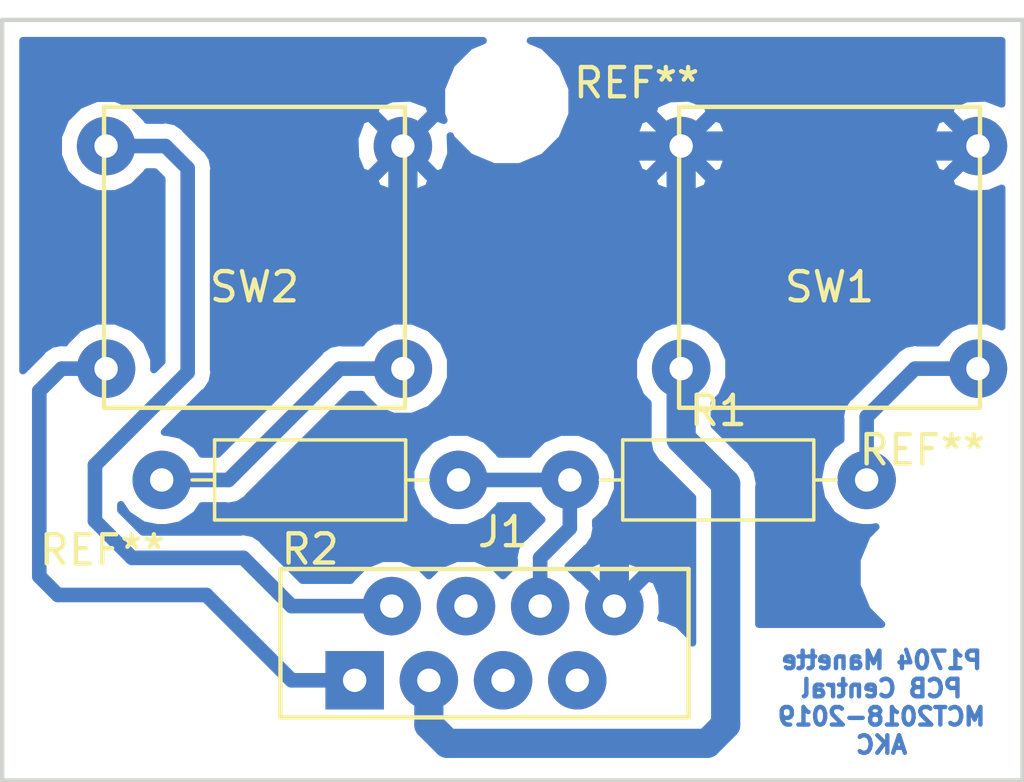
<source format=kicad_pcb>
(kicad_pcb (version 20171130) (host pcbnew "(5.0.0)")

  (general
    (thickness 1.6)
    (drawings 5)
    (tracks 48)
    (zones 0)
    (modules 8)
    (nets 11)
  )

  (page A4)
  (layers
    (0 F.Cu signal)
    (31 B.Cu signal)
    (32 B.Adhes user)
    (33 F.Adhes user)
    (34 B.Paste user)
    (35 F.Paste user)
    (36 B.SilkS user)
    (37 F.SilkS user)
    (38 B.Mask user)
    (39 F.Mask user)
    (40 Dwgs.User user hide)
    (41 Cmts.User user hide)
    (42 Eco1.User user hide)
    (43 Eco2.User user hide)
    (44 Edge.Cuts user)
    (45 Margin user hide)
    (46 B.CrtYd user hide)
    (47 F.CrtYd user hide)
    (48 B.Fab user hide)
    (49 F.Fab user hide)
  )

  (setup
    (last_trace_width 0.5)
    (trace_clearance 0.2)
    (zone_clearance 0.508)
    (zone_45_only no)
    (trace_min 0.2)
    (segment_width 0.2)
    (edge_width 0.15)
    (via_size 0.8)
    (via_drill 0.4)
    (via_min_size 0.4)
    (via_min_drill 0.3)
    (uvia_size 0.3)
    (uvia_drill 0.1)
    (uvias_allowed no)
    (uvia_min_size 0.2)
    (uvia_min_drill 0.1)
    (pcb_text_width 0.3)
    (pcb_text_size 1.5 1.5)
    (mod_edge_width 0.15)
    (mod_text_size 1 1)
    (mod_text_width 0.15)
    (pad_size 2 2)
    (pad_drill 0.8)
    (pad_to_mask_clearance 0.2)
    (aux_axis_origin 0 0)
    (grid_origin 113.919 121.412)
    (visible_elements 7FFFFFFF)
    (pcbplotparams
      (layerselection 0x010fc_ffffffff)
      (usegerberextensions false)
      (usegerberattributes false)
      (usegerberadvancedattributes false)
      (creategerberjobfile false)
      (excludeedgelayer true)
      (linewidth 0.100000)
      (plotframeref false)
      (viasonmask false)
      (mode 1)
      (useauxorigin false)
      (hpglpennumber 1)
      (hpglpenspeed 20)
      (hpglpendiameter 15.000000)
      (psnegative false)
      (psa4output false)
      (plotreference true)
      (plotvalue true)
      (plotinvisibletext false)
      (padsonsilk false)
      (subtractmaskfromsilk false)
      (outputformat 1)
      (mirror false)
      (drillshape 1)
      (scaleselection 1)
      (outputdirectory ""))
  )

  (net 0 "")
  (net 1 button_START)
  (net 2 button_SELECT)
  (net 3 GND)
  (net 4 "Net-(R1-Pad2)")
  (net 5 "Net-(R2-Pad2)")
  (net 6 Vcc)
  (net 7 Conn_LED_On)
  (net 8 "Net-(J1-Pad4)")
  (net 9 "Net-(J1-Pad5)")
  (net 10 "Net-(J1-Pad7)")

  (net_class Default "Ceci est la Netclass par défaut."
    (clearance 0.2)
    (trace_width 0.5)
    (via_dia 0.8)
    (via_drill 0.4)
    (uvia_dia 0.3)
    (uvia_drill 0.1)
    (add_net Conn_LED_On)
    (add_net GND)
    (add_net "Net-(J1-Pad4)")
    (add_net "Net-(J1-Pad5)")
    (add_net "Net-(J1-Pad7)")
    (add_net "Net-(R1-Pad2)")
    (add_net "Net-(R2-Pad2)")
    (add_net Vcc)
    (add_net button_SELECT)
    (add_net button_START)
  )

  (module MountingHole:MountingHole_3.2mm_M3 (layer F.Cu) (tedit 56D1B4CB) (tstamp 5CD78A76)
    (at 139.7 118.745)
    (descr "Mounting Hole 3.2mm, no annular, M3")
    (tags "mounting hole 3.2mm no annular m3")
    (attr virtual)
    (fp_text reference REF** (at 0 -4.2) (layer F.SilkS)
      (effects (font (size 1 1) (thickness 0.15)))
    )
    (fp_text value MountingHole_3.2mm_M3 (at 0 4.2) (layer F.Fab)
      (effects (font (size 1 1) (thickness 0.15)))
    )
    (fp_text user %R (at 0.3 0) (layer F.Fab)
      (effects (font (size 1 1) (thickness 0.15)))
    )
    (fp_circle (center 0 0) (end 3.2 0) (layer Cmts.User) (width 0.15))
    (fp_circle (center 0 0) (end 3.45 0) (layer F.CrtYd) (width 0.05))
    (pad 1 np_thru_hole circle (at 0 0) (size 3.2 3.2) (drill 3.2) (layers *.Cu *.Mask))
  )

  (module MountingHole:MountingHole_3.2mm_M3 (layer F.Cu) (tedit 56D1B4CB) (tstamp 5CD78A76)
    (at 125.476 102.616)
    (descr "Mounting Hole 3.2mm, no annular, M3")
    (tags "mounting hole 3.2mm no annular m3")
    (attr virtual)
    (fp_text reference REF** (at 4.445 -0.635) (layer F.SilkS)
      (effects (font (size 1 1) (thickness 0.15)))
    )
    (fp_text value MountingHole_3.2mm_M3 (at 0 4.2) (layer F.Fab)
      (effects (font (size 1 1) (thickness 0.15)))
    )
    (fp_text user %R (at 0.3 0) (layer F.Fab)
      (effects (font (size 1 1) (thickness 0.15)))
    )
    (fp_circle (center 0 0) (end 3.2 0) (layer Cmts.User) (width 0.15))
    (fp_circle (center 0 0) (end 3.45 0) (layer F.CrtYd) (width 0.05))
    (pad 1 np_thru_hole circle (at 0 0) (size 3.2 3.2) (drill 3.2) (layers *.Cu *.Mask))
  )

  (module MountingHole:MountingHole_3.2mm_M3 (layer F.Cu) (tedit 56D1B4CB) (tstamp 5CD78A76)
    (at 111.633 122.174)
    (descr "Mounting Hole 3.2mm, no annular, M3")
    (tags "mounting hole 3.2mm no annular m3")
    (attr virtual)
    (fp_text reference REF** (at 0 -4.2) (layer F.SilkS)
      (effects (font (size 1 1) (thickness 0.15)))
    )
    (fp_text value MountingHole_3.2mm_M3 (at 0 4.2) (layer F.Fab)
      (effects (font (size 1 1) (thickness 0.15)))
    )
    (fp_text user %R (at 0.3 0) (layer F.Fab)
      (effects (font (size 1 1) (thickness 0.15)))
    )
    (fp_circle (center 0 0) (end 3.2 0) (layer Cmts.User) (width 0.15))
    (fp_circle (center 0 0) (end 3.45 0) (layer F.CrtYd) (width 0.05))
    (pad 1 np_thru_hole circle (at 0 0) (size 3.2 3.2) (drill 3.2) (layers *.Cu *.Mask))
  )

  (module Resistor_THT:R_Axial_DIN0207_L6.3mm_D2.5mm_P10.16mm_Horizontal (layer F.Cu) (tedit 5CCB0259) (tstamp 5CCAAD2F)
    (at 127.635 115.57)
    (descr "Resistor, Axial_DIN0207 series, Axial, Horizontal, pin pitch=10.16mm, 0.25W = 1/4W, length*diameter=6.3*2.5mm^2, http://cdn-reichelt.de/documents/datenblatt/B400/1_4W%23YAG.pdf")
    (tags "Resistor Axial_DIN0207 series Axial Horizontal pin pitch 10.16mm 0.25W = 1/4W length 6.3mm diameter 2.5mm")
    (path /5CCAA564)
    (fp_text reference R1 (at 5.08 -2.37) (layer F.SilkS)
      (effects (font (size 1 1) (thickness 0.15)))
    )
    (fp_text value R (at 5.08 2.37) (layer F.Fab)
      (effects (font (size 1 1) (thickness 0.15)))
    )
    (fp_text user %R (at 5.08 0) (layer F.Fab)
      (effects (font (size 1 1) (thickness 0.15)))
    )
    (fp_line (start 11.21 -1.5) (end -1.05 -1.5) (layer F.CrtYd) (width 0.05))
    (fp_line (start 11.21 1.5) (end 11.21 -1.5) (layer F.CrtYd) (width 0.05))
    (fp_line (start -1.05 1.5) (end 11.21 1.5) (layer F.CrtYd) (width 0.05))
    (fp_line (start -1.05 -1.5) (end -1.05 1.5) (layer F.CrtYd) (width 0.05))
    (fp_line (start 9.12 0) (end 8.35 0) (layer F.SilkS) (width 0.12))
    (fp_line (start 1.04 0) (end 1.81 0) (layer F.SilkS) (width 0.12))
    (fp_line (start 8.35 -1.37) (end 1.81 -1.37) (layer F.SilkS) (width 0.12))
    (fp_line (start 8.35 1.37) (end 8.35 -1.37) (layer F.SilkS) (width 0.12))
    (fp_line (start 1.81 1.37) (end 8.35 1.37) (layer F.SilkS) (width 0.12))
    (fp_line (start 1.81 -1.37) (end 1.81 1.37) (layer F.SilkS) (width 0.12))
    (fp_line (start 10.16 0) (end 8.23 0) (layer F.Fab) (width 0.1))
    (fp_line (start 0 0) (end 1.93 0) (layer F.Fab) (width 0.1))
    (fp_line (start 8.23 -1.25) (end 1.93 -1.25) (layer F.Fab) (width 0.1))
    (fp_line (start 8.23 1.25) (end 8.23 -1.25) (layer F.Fab) (width 0.1))
    (fp_line (start 1.93 1.25) (end 8.23 1.25) (layer F.Fab) (width 0.1))
    (fp_line (start 1.93 -1.25) (end 1.93 1.25) (layer F.Fab) (width 0.1))
    (pad 2 thru_hole oval (at 10.16 0) (size 2 2) (drill 0.8) (layers *.Cu *.Mask)
      (net 4 "Net-(R1-Pad2)"))
    (pad 1 thru_hole circle (at 0 0) (size 2 2) (drill 0.8) (layers *.Cu *.Mask)
      (net 6 Vcc))
    (model ${KISYS3DMOD}/Resistor_THT.3dshapes/R_Axial_DIN0207_L6.3mm_D2.5mm_P10.16mm_Horizontal.wrl
      (at (xyz 0 0 0))
      (scale (xyz 1 1 1))
      (rotate (xyz 0 0 0))
    )
  )

  (module Resistor_THT:R_Axial_DIN0207_L6.3mm_D2.5mm_P10.16mm_Horizontal (layer F.Cu) (tedit 5CCB024B) (tstamp 5CD1401F)
    (at 123.825 115.57 180)
    (descr "Resistor, Axial_DIN0207 series, Axial, Horizontal, pin pitch=10.16mm, 0.25W = 1/4W, length*diameter=6.3*2.5mm^2, http://cdn-reichelt.de/documents/datenblatt/B400/1_4W%23YAG.pdf")
    (tags "Resistor Axial_DIN0207 series Axial Horizontal pin pitch 10.16mm 0.25W = 1/4W length 6.3mm diameter 2.5mm")
    (path /5CCAA43B)
    (fp_text reference R2 (at 5.08 -2.37 180) (layer F.SilkS)
      (effects (font (size 1 1) (thickness 0.15)))
    )
    (fp_text value R (at 5.08 2.37 180) (layer F.Fab)
      (effects (font (size 1 1) (thickness 0.15)))
    )
    (fp_line (start 1.93 -1.25) (end 1.93 1.25) (layer F.Fab) (width 0.1))
    (fp_line (start 1.93 1.25) (end 8.23 1.25) (layer F.Fab) (width 0.1))
    (fp_line (start 8.23 1.25) (end 8.23 -1.25) (layer F.Fab) (width 0.1))
    (fp_line (start 8.23 -1.25) (end 1.93 -1.25) (layer F.Fab) (width 0.1))
    (fp_line (start 0 0) (end 1.93 0) (layer F.Fab) (width 0.1))
    (fp_line (start 10.16 0) (end 8.23 0) (layer F.Fab) (width 0.1))
    (fp_line (start 1.81 -1.37) (end 1.81 1.37) (layer F.SilkS) (width 0.12))
    (fp_line (start 1.81 1.37) (end 8.35 1.37) (layer F.SilkS) (width 0.12))
    (fp_line (start 8.35 1.37) (end 8.35 -1.37) (layer F.SilkS) (width 0.12))
    (fp_line (start 8.35 -1.37) (end 1.81 -1.37) (layer F.SilkS) (width 0.12))
    (fp_line (start 1.04 0) (end 1.81 0) (layer F.SilkS) (width 0.12))
    (fp_line (start 9.12 0) (end 8.35 0) (layer F.SilkS) (width 0.12))
    (fp_line (start -1.05 -1.5) (end -1.05 1.5) (layer F.CrtYd) (width 0.05))
    (fp_line (start -1.05 1.5) (end 11.21 1.5) (layer F.CrtYd) (width 0.05))
    (fp_line (start 11.21 1.5) (end 11.21 -1.5) (layer F.CrtYd) (width 0.05))
    (fp_line (start 11.21 -1.5) (end -1.05 -1.5) (layer F.CrtYd) (width 0.05))
    (fp_text user %R (at 5.08 0 180) (layer F.Fab)
      (effects (font (size 1 1) (thickness 0.15)))
    )
    (pad 1 thru_hole circle (at 0 0 180) (size 2 2) (drill 0.8) (layers *.Cu *.Mask)
      (net 6 Vcc))
    (pad 2 thru_hole oval (at 10.16 0 180) (size 2 2) (drill 0.8) (layers *.Cu *.Mask)
      (net 5 "Net-(R2-Pad2)"))
    (model ${KISYS3DMOD}/Resistor_THT.3dshapes/R_Axial_DIN0207_L6.3mm_D2.5mm_P10.16mm_Horizontal.wrl
      (at (xyz 0 0 0))
      (scale (xyz 1 1 1))
      (rotate (xyz 0 0 0))
    )
  )

  (module Button_Switch_THT:Bouton_MEC (layer F.Cu) (tedit 5CC6DCB1) (tstamp 5CCAAD52)
    (at 136.525 107.95)
    (path /5CCA9747)
    (fp_text reference SW1 (at 0 1.016) (layer F.SilkS)
      (effects (font (size 1 1) (thickness 0.15)))
    )
    (fp_text value Button_Start (at 0 -0.508) (layer F.Fab)
      (effects (font (size 1 1) (thickness 0.15)))
    )
    (fp_line (start -5.15 -5.15) (end -5.15 5.15) (layer F.SilkS) (width 0.15))
    (fp_line (start 5.15 5.15) (end 5.15 -5.15) (layer F.SilkS) (width 0.15))
    (fp_line (start 5.15 -5.15) (end -5.15 -5.15) (layer F.SilkS) (width 0.15))
    (fp_line (start -5.15 5.15) (end 5.15 5.15) (layer F.SilkS) (width 0.15))
    (pad 4 thru_hole circle (at -5.08 3.81) (size 2 2) (drill 0.8) (layers *.Cu *.Mask)
      (net 1 button_START))
    (pad 3 thru_hole circle (at 5.08 3.81) (size 2 2) (drill 0.8) (layers *.Cu *.Mask)
      (net 4 "Net-(R1-Pad2)"))
    (pad 2 thru_hole circle (at -5.08 -3.81) (size 2 2) (drill 0.8) (layers *.Cu *.Mask)
      (net 3 GND))
    (pad 1 thru_hole circle (at 5.08 -3.81) (size 2 2) (drill 0.8) (layers *.Cu *.Mask)
      (net 3 GND))
  )

  (module Button_Switch_THT:Bouton_MEC (layer F.Cu) (tedit 5CC6DCB1) (tstamp 5CCAAD5E)
    (at 116.84 107.95)
    (path /5CCA9816)
    (fp_text reference SW2 (at 0 1.016) (layer F.SilkS)
      (effects (font (size 1 1) (thickness 0.15)))
    )
    (fp_text value Button_Select (at 0 -0.508) (layer F.Fab)
      (effects (font (size 1 1) (thickness 0.15)))
    )
    (fp_line (start -5.15 -5.15) (end -5.15 5.15) (layer F.SilkS) (width 0.15))
    (fp_line (start 5.15 5.15) (end 5.15 -5.15) (layer F.SilkS) (width 0.15))
    (fp_line (start 5.15 -5.15) (end -5.15 -5.15) (layer F.SilkS) (width 0.15))
    (fp_line (start -5.15 5.15) (end 5.15 5.15) (layer F.SilkS) (width 0.15))
    (pad 4 thru_hole circle (at -5.08 3.81) (size 2 2) (drill 0.8) (layers *.Cu *.Mask)
      (net 2 button_SELECT))
    (pad 3 thru_hole circle (at 5.08 3.81) (size 2 2) (drill 0.8) (layers *.Cu *.Mask)
      (net 5 "Net-(R2-Pad2)"))
    (pad 2 thru_hole circle (at -5.08 -3.81) (size 2 2) (drill 0.8) (layers *.Cu *.Mask)
      (net 7 Conn_LED_On))
    (pad 1 thru_hole circle (at 5.08 -3.81) (size 2 2) (drill 0.8) (layers *.Cu *.Mask)
      (net 3 GND))
  )

  (module manette_2019:Conn_8 (layer F.Cu) (tedit 5CCFE5A6) (tstamp 5CD02C73)
    (at 125.349 121.158)
    (path /5CD02BF6)
    (fp_text reference J1 (at 0 -3.81) (layer F.SilkS)
      (effects (font (size 1 1) (thickness 0.15)))
    )
    (fp_text value Conn_Middle_PCB (at 0 -5.08) (layer F.Fab)
      (effects (font (size 1 1) (thickness 0.15)))
    )
    (fp_line (start -7.62 -2.54) (end -7.62 2.54) (layer F.SilkS) (width 0.15))
    (fp_line (start -7.62 2.54) (end 6.35 2.54) (layer F.SilkS) (width 0.15))
    (fp_line (start 6.35 2.54) (end 6.35 -2.54) (layer F.SilkS) (width 0.15))
    (fp_line (start 6.35 -2.54) (end -7.62 -2.54) (layer F.SilkS) (width 0.15))
    (pad 1 thru_hole rect (at -5.08 1.27) (size 2 2) (drill 0.8) (layers *.Cu *.Mask)
      (net 2 button_SELECT))
    (pad 2 thru_hole circle (at -3.81 -1.27) (size 2 2) (drill 0.8) (layers *.Cu *.Mask)
      (net 7 Conn_LED_On))
    (pad 3 thru_hole circle (at -2.54 1.27) (size 2 2) (drill 0.8) (layers *.Cu *.Mask)
      (net 1 button_START))
    (pad 4 thru_hole circle (at -1.27 -1.27) (size 2 2) (drill 0.8) (layers *.Cu *.Mask)
      (net 8 "Net-(J1-Pad4)"))
    (pad 5 thru_hole circle (at 0 1.27) (size 2 2) (drill 0.8) (layers *.Cu *.Mask)
      (net 9 "Net-(J1-Pad5)"))
    (pad 6 thru_hole circle (at 1.27 -1.27) (size 2 2) (drill 0.8) (layers *.Cu *.Mask)
      (net 6 Vcc))
    (pad 7 thru_hole circle (at 2.54 1.27) (size 2 2) (drill 0.8) (layers *.Cu *.Mask)
      (net 10 "Net-(J1-Pad7)"))
    (pad 8 thru_hole circle (at 3.81 -1.27) (size 2 2) (drill 0.8) (layers *.Cu *.Mask)
      (net 3 GND))
    (pad "" np_thru_hole circle (at 5.21 0.53) (size 1.5 1.5) (drill 1.5) (layers *.Cu *.Mask))
  )

  (gr_text "P1704 Manette\nPCB Central\nMCT2018-2019\nAKC\n" (at 138.303 123.19) (layer B.Cu)
    (effects (font (size 0.6 0.6) (thickness 0.15)) (justify mirror))
  )
  (gr_line (start 108.204 99.822) (end 108.204 125.857) (layer Edge.Cuts) (width 0.15))
  (gr_line (start 143.129 99.822) (end 108.204 99.822) (layer Edge.Cuts) (width 0.15))
  (gr_line (start 143.129 125.857) (end 143.129 99.822) (layer Edge.Cuts) (width 0.15))
  (gr_line (start 108.204 125.857) (end 143.129 125.857) (layer Edge.Cuts) (width 0.15))

  (segment (start 131.445 114.173) (end 131.445 111.76) (width 1) (layer B.Cu) (net 1))
  (segment (start 122.809 123.952) (end 123.444 124.587) (width 1) (layer B.Cu) (net 1))
  (segment (start 122.809 122.428) (end 122.809 123.952) (width 1) (layer B.Cu) (net 1))
  (segment (start 123.444 124.587) (end 132.334 124.587) (width 1) (layer B.Cu) (net 1))
  (segment (start 132.334 124.587) (end 132.969 123.952) (width 1) (layer B.Cu) (net 1))
  (segment (start 132.969 123.952) (end 132.969 115.697) (width 1) (layer B.Cu) (net 1))
  (segment (start 132.969 115.697) (end 131.445 114.173) (width 1) (layer B.Cu) (net 1))
  (segment (start 110.236 111.76) (end 111.76 111.76) (width 0.5) (layer B.Cu) (net 2))
  (segment (start 118.11 122.428) (end 115.189 119.507) (width 0.5) (layer B.Cu) (net 2))
  (segment (start 115.189 119.507) (end 110.109 119.507) (width 0.5) (layer B.Cu) (net 2))
  (segment (start 110.109 119.507) (end 109.474 118.872) (width 0.5) (layer B.Cu) (net 2))
  (segment (start 120.269 122.428) (end 118.11 122.428) (width 0.5) (layer B.Cu) (net 2))
  (segment (start 109.474 118.872) (end 109.474 112.522) (width 0.5) (layer B.Cu) (net 2))
  (segment (start 109.474 112.522) (end 110.236 111.76) (width 0.5) (layer B.Cu) (net 2))
  (segment (start 132.859213 104.14) (end 141.605 104.14) (width 1) (layer B.Cu) (net 3))
  (segment (start 131.445 104.14) (end 132.859213 104.14) (width 1) (layer B.Cu) (net 3))
  (segment (start 131.445 106.426) (end 131.445 104.14) (width 1) (layer B.Cu) (net 3))
  (segment (start 131.445 108.331) (end 131.445 106.426) (width 1) (layer B.Cu) (net 3))
  (segment (start 129.159 116.967) (end 129.794 116.332) (width 1) (layer B.Cu) (net 3))
  (segment (start 129.159 119.888) (end 129.159 116.967) (width 1) (layer B.Cu) (net 3))
  (segment (start 129.794 113.792) (end 129.159 113.157) (width 1) (layer B.Cu) (net 3))
  (segment (start 129.794 116.332) (end 129.794 113.792) (width 1) (layer B.Cu) (net 3))
  (segment (start 129.159 113.157) (end 129.159 110.617) (width 1) (layer B.Cu) (net 3))
  (segment (start 129.159 110.617) (end 131.445 108.331) (width 1) (layer B.Cu) (net 3))
  (segment (start 121.92 105.918) (end 121.92 104.14) (width 1) (layer B.Cu) (net 3))
  (segment (start 122.682 106.68) (end 121.92 105.918) (width 1) (layer B.Cu) (net 3))
  (segment (start 126.873 106.68) (end 122.682 106.68) (width 1) (layer B.Cu) (net 3))
  (segment (start 131.445 104.14) (end 129.413 104.14) (width 1) (layer B.Cu) (net 3))
  (segment (start 129.413 104.14) (end 126.873 106.68) (width 1) (layer B.Cu) (net 3))
  (segment (start 137.795 115.57) (end 137.795 113.411) (width 0.5) (layer B.Cu) (net 4))
  (segment (start 139.446 111.76) (end 141.605 111.76) (width 0.5) (layer B.Cu) (net 4))
  (segment (start 137.795 113.411) (end 139.446 111.76) (width 0.5) (layer B.Cu) (net 4))
  (segment (start 113.665 115.57) (end 115.951 115.57) (width 0.5) (layer B.Cu) (net 5))
  (segment (start 119.761 111.76) (end 121.92 111.76) (width 0.5) (layer B.Cu) (net 5))
  (segment (start 115.951 115.57) (end 119.761 111.76) (width 0.5) (layer B.Cu) (net 5))
  (segment (start 126.619 119.888) (end 126.619 118.237) (width 0.5) (layer B.Cu) (net 6))
  (segment (start 127.635 117.221) (end 127.635 115.57) (width 0.5) (layer B.Cu) (net 6))
  (segment (start 126.619 118.237) (end 127.635 117.221) (width 0.5) (layer B.Cu) (net 6))
  (segment (start 123.825 115.57) (end 127.635 115.57) (width 0.5) (layer B.Cu) (net 6))
  (segment (start 121.539 119.888) (end 118.11 119.888) (width 0.5) (layer B.Cu) (net 7))
  (segment (start 118.11 119.888) (end 116.459 118.237) (width 0.5) (layer B.Cu) (net 7))
  (segment (start 116.459 118.237) (end 112.649 118.237) (width 0.5) (layer B.Cu) (net 7))
  (segment (start 112.649 118.237) (end 111.379 116.967) (width 0.5) (layer B.Cu) (net 7))
  (segment (start 111.379 116.967) (end 111.379 115.062) (width 0.5) (layer B.Cu) (net 7))
  (segment (start 111.379 115.062) (end 114.554 111.887) (width 0.5) (layer B.Cu) (net 7))
  (segment (start 114.554 111.887) (end 114.554 104.902) (width 0.5) (layer B.Cu) (net 7))
  (segment (start 113.792 104.14) (end 111.76 104.14) (width 0.5) (layer B.Cu) (net 7))
  (segment (start 114.554 104.902) (end 113.792 104.14) (width 0.5) (layer B.Cu) (net 7))

  (zone (net 3) (net_name GND) (layer B.Cu) (tstamp 5CD03017) (hatch edge 0.508)
    (connect_pads (clearance 0.508))
    (min_thickness 0.254)
    (fill yes (arc_segments 16) (thermal_gap 0.508) (thermal_bridge_width 0.508))
    (polygon
      (pts
        (xy 108.331 125.222) (xy 133.477 125.222) (xy 133.477 120.65) (xy 142.875 120.65) (xy 142.875 100.33)
        (xy 108.331 100.33)
      )
    )
    (filled_polygon
      (pts
        (xy 124.209974 100.721259) (xy 123.581259 101.349974) (xy 123.241 102.171431) (xy 123.241 103.060569) (xy 123.323559 103.259884)
        (xy 123.072532 103.167073) (xy 122.099605 104.14) (xy 123.072532 105.112927) (xy 123.339387 105.014264) (xy 123.565908 104.404539)
        (xy 123.543171 103.790073) (xy 123.581259 103.882026) (xy 124.209974 104.510741) (xy 125.031431 104.851) (xy 125.920569 104.851)
        (xy 126.742026 104.510741) (xy 127.370741 103.882026) (xy 127.37346 103.875461) (xy 129.799092 103.875461) (xy 129.823144 104.52546)
        (xy 130.025613 105.014264) (xy 130.292468 105.112927) (xy 131.265395 104.14) (xy 131.624605 104.14) (xy 132.597532 105.112927)
        (xy 132.864387 105.014264) (xy 133.090908 104.404539) (xy 133.071331 103.875461) (xy 139.959092 103.875461) (xy 139.983144 104.52546)
        (xy 140.185613 105.014264) (xy 140.452468 105.112927) (xy 141.425395 104.14) (xy 140.452468 103.167073) (xy 140.185613 103.265736)
        (xy 139.959092 103.875461) (xy 133.071331 103.875461) (xy 133.066856 103.75454) (xy 132.864387 103.265736) (xy 132.597532 103.167073)
        (xy 131.624605 104.14) (xy 131.265395 104.14) (xy 130.292468 103.167073) (xy 130.025613 103.265736) (xy 129.799092 103.875461)
        (xy 127.37346 103.875461) (xy 127.711 103.060569) (xy 127.711 102.987468) (xy 130.472073 102.987468) (xy 131.445 103.960395)
        (xy 132.417927 102.987468) (xy 132.319264 102.720613) (xy 131.709539 102.494092) (xy 131.05954 102.518144) (xy 130.570736 102.720613)
        (xy 130.472073 102.987468) (xy 127.711 102.987468) (xy 127.711 102.171431) (xy 127.370741 101.349974) (xy 126.742026 100.721259)
        (xy 126.285115 100.532) (xy 142.419001 100.532) (xy 142.419001 102.698224) (xy 141.869539 102.494092) (xy 141.21954 102.518144)
        (xy 140.730736 102.720613) (xy 140.632073 102.987468) (xy 141.605 103.960395) (xy 141.619143 103.946253) (xy 141.798748 104.125858)
        (xy 141.784605 104.14) (xy 141.798748 104.154143) (xy 141.619143 104.333748) (xy 141.605 104.319605) (xy 140.632073 105.292532)
        (xy 140.730736 105.559387) (xy 141.340461 105.785908) (xy 141.99046 105.761856) (xy 142.419001 105.584349) (xy 142.419001 110.327459)
        (xy 141.930222 110.125) (xy 141.279778 110.125) (xy 140.678847 110.373914) (xy 140.218914 110.833847) (xy 140.201868 110.875)
        (xy 139.533161 110.875) (xy 139.446 110.857663) (xy 139.358839 110.875) (xy 139.358835 110.875) (xy 139.10069 110.926348)
        (xy 138.881845 111.072576) (xy 138.881844 111.072577) (xy 138.807951 111.121951) (xy 138.758577 111.195844) (xy 137.230845 112.723577)
        (xy 137.156952 112.772951) (xy 137.107578 112.846844) (xy 137.107576 112.846846) (xy 136.961348 113.065691) (xy 136.892663 113.411)
        (xy 136.910001 113.498165) (xy 136.910001 114.19494) (xy 136.616231 114.391231) (xy 136.254864 114.932055) (xy 136.127969 115.57)
        (xy 136.254864 116.207945) (xy 136.616231 116.748769) (xy 137.157055 117.110136) (xy 137.633969 117.205) (xy 137.956031 117.205)
        (xy 138.109824 117.174409) (xy 137.805259 117.478974) (xy 137.465 118.300431) (xy 137.465 119.189569) (xy 137.805259 120.011026)
        (xy 138.304733 120.5105) (xy 134.104 120.5105) (xy 134.104 115.808781) (xy 134.126235 115.696999) (xy 134.068612 115.407309)
        (xy 134.038146 115.254145) (xy 133.787289 114.878711) (xy 133.692524 114.815391) (xy 132.58 113.702869) (xy 132.58 112.937239)
        (xy 132.831086 112.686153) (xy 133.08 112.085222) (xy 133.08 111.434778) (xy 132.831086 110.833847) (xy 132.371153 110.373914)
        (xy 131.770222 110.125) (xy 131.119778 110.125) (xy 130.518847 110.373914) (xy 130.058914 110.833847) (xy 129.81 111.434778)
        (xy 129.81 112.085222) (xy 130.058914 112.686153) (xy 130.310001 112.93724) (xy 130.31 114.061217) (xy 130.287765 114.173)
        (xy 130.31 114.284782) (xy 130.375854 114.615854) (xy 130.626711 114.991289) (xy 130.721481 115.054613) (xy 131.834001 116.167133)
        (xy 131.834 121.146942) (xy 131.733147 120.90346) (xy 131.34354 120.513853) (xy 130.834494 120.303) (xy 130.74901 120.303)
        (xy 130.804908 120.152539) (xy 130.780856 119.50254) (xy 130.578387 119.013736) (xy 130.311532 118.915073) (xy 129.338605 119.888)
        (xy 129.352748 119.902143) (xy 129.173143 120.081748) (xy 129.159 120.067605) (xy 129.144858 120.081748) (xy 128.965253 119.902143)
        (xy 128.979395 119.888) (xy 128.006468 118.915073) (xy 127.971311 118.928072) (xy 127.778707 118.735468) (xy 128.186073 118.735468)
        (xy 129.159 119.708395) (xy 130.131927 118.735468) (xy 130.033264 118.468613) (xy 129.423539 118.242092) (xy 128.77354 118.266144)
        (xy 128.284736 118.468613) (xy 128.186073 118.735468) (xy 127.778707 118.735468) (xy 127.575409 118.53217) (xy 128.199156 117.908423)
        (xy 128.273049 117.859049) (xy 128.468652 117.56631) (xy 128.52 117.308165) (xy 128.52 117.308161) (xy 128.537337 117.221)
        (xy 128.52 117.133839) (xy 128.52 116.973132) (xy 128.561153 116.956086) (xy 129.021086 116.496153) (xy 129.27 115.895222)
        (xy 129.27 115.244778) (xy 129.021086 114.643847) (xy 128.561153 114.183914) (xy 127.960222 113.935) (xy 127.309778 113.935)
        (xy 126.708847 114.183914) (xy 126.248914 114.643847) (xy 126.231868 114.685) (xy 125.228132 114.685) (xy 125.211086 114.643847)
        (xy 124.751153 114.183914) (xy 124.150222 113.935) (xy 123.499778 113.935) (xy 122.898847 114.183914) (xy 122.438914 114.643847)
        (xy 122.19 115.244778) (xy 122.19 115.895222) (xy 122.438914 116.496153) (xy 122.898847 116.956086) (xy 123.499778 117.205)
        (xy 124.150222 117.205) (xy 124.751153 116.956086) (xy 125.211086 116.496153) (xy 125.228132 116.455) (xy 126.231868 116.455)
        (xy 126.248914 116.496153) (xy 126.678591 116.92583) (xy 126.054845 117.549577) (xy 125.980952 117.598951) (xy 125.931578 117.672844)
        (xy 125.931576 117.672846) (xy 125.785348 117.891691) (xy 125.716663 118.237) (xy 125.734001 118.324165) (xy 125.734001 118.484868)
        (xy 125.692847 118.501914) (xy 125.349 118.845761) (xy 125.005153 118.501914) (xy 124.404222 118.253) (xy 123.753778 118.253)
        (xy 123.152847 118.501914) (xy 122.809 118.845761) (xy 122.465153 118.501914) (xy 121.864222 118.253) (xy 121.213778 118.253)
        (xy 120.612847 118.501914) (xy 120.152914 118.961847) (xy 120.135868 119.003) (xy 118.476579 119.003) (xy 117.146424 117.672846)
        (xy 117.097049 117.598951) (xy 116.80431 117.403348) (xy 116.546165 117.352) (xy 116.546161 117.352) (xy 116.459 117.334663)
        (xy 116.371839 117.352) (xy 113.015579 117.352) (xy 112.264 116.600422) (xy 112.264 116.416177) (xy 112.486231 116.748769)
        (xy 113.027055 117.110136) (xy 113.503969 117.205) (xy 113.826031 117.205) (xy 114.302945 117.110136) (xy 114.843769 116.748769)
        (xy 115.040059 116.455) (xy 115.863839 116.455) (xy 115.951 116.472337) (xy 116.038161 116.455) (xy 116.038165 116.455)
        (xy 116.29631 116.403652) (xy 116.589049 116.208049) (xy 116.638425 116.134153) (xy 120.127579 112.645) (xy 120.516868 112.645)
        (xy 120.533914 112.686153) (xy 120.993847 113.146086) (xy 121.594778 113.395) (xy 122.245222 113.395) (xy 122.846153 113.146086)
        (xy 123.306086 112.686153) (xy 123.555 112.085222) (xy 123.555 111.434778) (xy 123.306086 110.833847) (xy 122.846153 110.373914)
        (xy 122.245222 110.125) (xy 121.594778 110.125) (xy 120.993847 110.373914) (xy 120.533914 110.833847) (xy 120.516868 110.875)
        (xy 119.848161 110.875) (xy 119.761 110.857663) (xy 119.673839 110.875) (xy 119.673835 110.875) (xy 119.41569 110.926348)
        (xy 119.196845 111.072576) (xy 119.196844 111.072577) (xy 119.122951 111.121951) (xy 119.073577 111.195844) (xy 115.584422 114.685)
        (xy 115.040059 114.685) (xy 114.843769 114.391231) (xy 114.302945 114.029864) (xy 113.826031 113.935) (xy 113.757579 113.935)
        (xy 115.118156 112.574423) (xy 115.192049 112.525049) (xy 115.252329 112.434835) (xy 115.278669 112.395414) (xy 115.387652 112.23231)
        (xy 115.439 111.974165) (xy 115.439 111.97416) (xy 115.456337 111.887001) (xy 115.439 111.799841) (xy 115.439 105.292532)
        (xy 120.947073 105.292532) (xy 121.045736 105.559387) (xy 121.655461 105.785908) (xy 122.30546 105.761856) (xy 122.794264 105.559387)
        (xy 122.892927 105.292532) (xy 130.472073 105.292532) (xy 130.570736 105.559387) (xy 131.180461 105.785908) (xy 131.83046 105.761856)
        (xy 132.319264 105.559387) (xy 132.417927 105.292532) (xy 131.445 104.319605) (xy 130.472073 105.292532) (xy 122.892927 105.292532)
        (xy 121.92 104.319605) (xy 120.947073 105.292532) (xy 115.439 105.292532) (xy 115.439 104.989161) (xy 115.456337 104.902)
        (xy 115.439 104.814839) (xy 115.439 104.814835) (xy 115.387652 104.55669) (xy 115.339957 104.48531) (xy 115.241424 104.337845)
        (xy 115.241423 104.337844) (xy 115.192049 104.263951) (xy 115.118156 104.214577) (xy 114.77904 103.875461) (xy 120.274092 103.875461)
        (xy 120.298144 104.52546) (xy 120.500613 105.014264) (xy 120.767468 105.112927) (xy 121.740395 104.14) (xy 120.767468 103.167073)
        (xy 120.500613 103.265736) (xy 120.274092 103.875461) (xy 114.77904 103.875461) (xy 114.479425 103.575847) (xy 114.430049 103.501951)
        (xy 114.13731 103.306348) (xy 113.879165 103.255) (xy 113.879161 103.255) (xy 113.792 103.237663) (xy 113.704839 103.255)
        (xy 113.163132 103.255) (xy 113.146086 103.213847) (xy 112.919707 102.987468) (xy 120.947073 102.987468) (xy 121.92 103.960395)
        (xy 122.892927 102.987468) (xy 122.794264 102.720613) (xy 122.184539 102.494092) (xy 121.53454 102.518144) (xy 121.045736 102.720613)
        (xy 120.947073 102.987468) (xy 112.919707 102.987468) (xy 112.686153 102.753914) (xy 112.085222 102.505) (xy 111.434778 102.505)
        (xy 110.833847 102.753914) (xy 110.373914 103.213847) (xy 110.125 103.814778) (xy 110.125 104.465222) (xy 110.373914 105.066153)
        (xy 110.833847 105.526086) (xy 111.434778 105.775) (xy 112.085222 105.775) (xy 112.686153 105.526086) (xy 113.146086 105.066153)
        (xy 113.163132 105.025) (xy 113.425422 105.025) (xy 113.669001 105.26858) (xy 113.669 111.520421) (xy 113.395 111.794421)
        (xy 113.395 111.434778) (xy 113.146086 110.833847) (xy 112.686153 110.373914) (xy 112.085222 110.125) (xy 111.434778 110.125)
        (xy 110.833847 110.373914) (xy 110.373914 110.833847) (xy 110.356868 110.875) (xy 110.323161 110.875) (xy 110.236 110.857663)
        (xy 110.148839 110.875) (xy 110.148835 110.875) (xy 109.89069 110.926348) (xy 109.671845 111.072576) (xy 109.671844 111.072577)
        (xy 109.597951 111.121951) (xy 109.548577 111.195844) (xy 108.914 111.830422) (xy 108.914 100.532) (xy 124.666885 100.532)
      )
    )
  )
)

</source>
